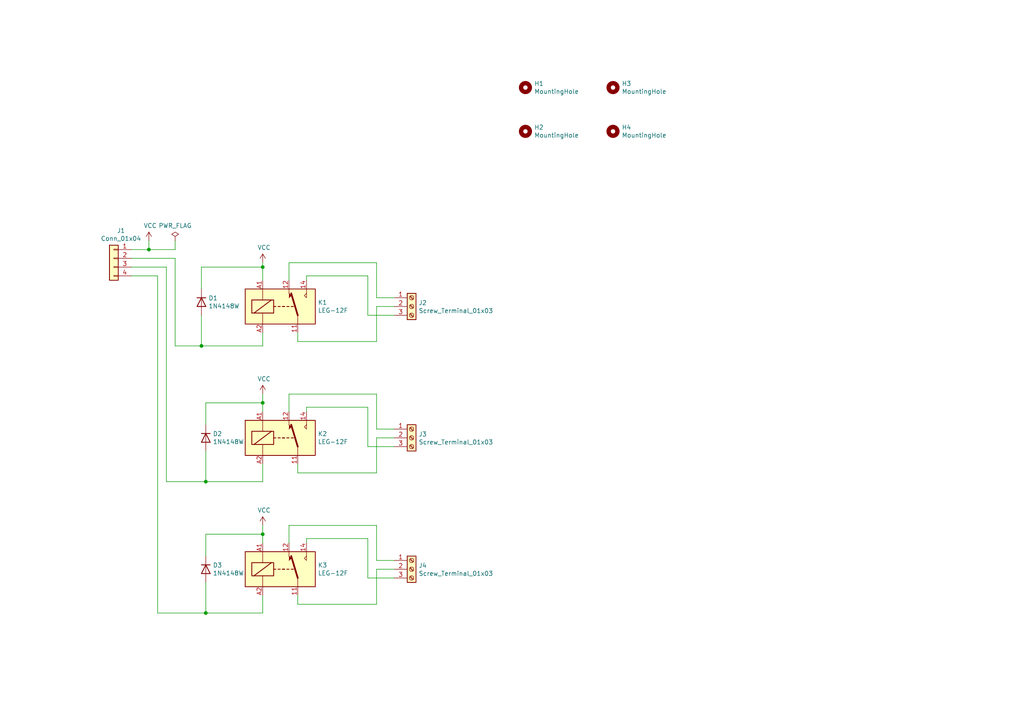
<source format=kicad_sch>
(kicad_sch (version 20230121) (generator eeschema)
  (paper "A4")
  (title_block (date "2023-02-04") (company "Ondřej Sluka"))
  (lib_symbols
    (symbol "Connector:Screw_Terminal_01x03" (pin_names (offset 1.016) hide)
      (property "Reference" "J" (at 0 5.08 0))
      (property "Value" "Screw_Terminal_01x03" (at 0 -5.08 0))
      (symbol "Screw_Terminal_01x03_1_1"
        (rectangle (start -1.27 3.81) (end 1.27 -3.81) (stroke (width 0.254)) (fill (type background)))
        (circle (center 0 -2.54) (radius 0.635) (stroke (width 0.1524)))
        (polyline (pts (xy -0.5334 -2.2098) (xy 0.3302 -3.048)) (stroke (width 0.1524)))
        (polyline (pts (xy -0.5334 0.3302) (xy 0.3302 -0.508)) (stroke (width 0.1524)))
        (polyline (pts (xy -0.5334 2.8702) (xy 0.3302 2.032)) (stroke (width 0.1524)))
        (polyline (pts (xy -0.3556 -2.032) (xy 0.508 -2.8702)) (stroke (width 0.1524)))
        (polyline (pts (xy -0.3556 0.508) (xy 0.508 -0.3302)) (stroke (width 0.1524)))
        (polyline (pts (xy -0.3556 3.048) (xy 0.508 2.2098)) (stroke (width 0.1524)))
        (circle (center 0 0) (radius 0.635) (stroke (width 0.1524)))
        (circle (center 0 2.54) (radius 0.635) (stroke (width 0.1524)))
        (pin passive line (at -5.08 2.54 0) (length 3.81) (name "Pin_1") (number "1"))
        (pin passive line (at -5.08 0 0) (length 3.81) (name "Pin_2") (number "2"))
        (pin passive line (at -5.08 -2.54 0) (length 3.81) (name "Pin_3") (number "3"))
      )
    )
    (symbol "Connector_Generic:Conn_01x04" (pin_names (offset 1.016) hide)
      (property "Reference" "J" (at 0 5.08 0))
      (property "Value" "Conn_01x04" (at 0 -7.62 0))
      (symbol "Conn_01x04_1_1"
        (rectangle (start -1.27 -4.953) (end 0 -5.207) (stroke (width 0.1524)))
        (rectangle (start -1.27 -2.413) (end 0 -2.667) (stroke (width 0.1524)))
        (rectangle (start -1.27 0.127) (end 0 -0.127) (stroke (width 0.1524)))
        (rectangle (start -1.27 2.667) (end 0 2.413) (stroke (width 0.1524)))
        (rectangle (start -1.27 3.81) (end 1.27 -6.35) (stroke (width 0.254)) (fill (type background)))
        (pin passive line (at -5.08 2.54 0) (length 3.81) (name "Pin_1") (number "1"))
        (pin passive line (at -5.08 0 0) (length 3.81) (name "Pin_2") (number "2"))
        (pin passive line (at -5.08 -2.54 0) (length 3.81) (name "Pin_3") (number "3"))
        (pin passive line (at -5.08 -5.08 0) (length 3.81) (name "Pin_4") (number "4"))
      )
    )
    (symbol "Diode:1N4148W" (pin_numbers hide) (pin_names hide)
      (property "Reference" "D" (at 0 2.54 0))
      (property "Value" "1N4148W" (at 0 -2.54 0))
      (symbol "1N4148W_0_1"
        (polyline (pts (xy -1.27 1.27) (xy -1.27 -1.27)) (stroke (width 0.254)))
        (polyline (pts (xy 1.27 0) (xy -1.27 0)))
        (polyline (pts (xy 1.27 1.27) (xy 1.27 -1.27) (xy -1.27 0) (xy 1.27 1.27)) (stroke (width 0.254)))
      )
      (symbol "1N4148W_1_1"
        (pin passive line (at -3.81 0 0) (length 2.54) (name "K") (number "1"))
        (pin passive line (at 3.81 0 180) (length 2.54) (name "A") (number "2"))
      )
    )
    (symbol "Mechanical:MountingHole" (pin_names (offset 1.016))
      (property "Reference" "H" (at 0 5.08 0))
      (property "Value" "MountingHole" (at 0 3.175 0))
      (symbol "MountingHole_0_1"
        (circle (center 0 0) (radius 1.27) (stroke (width 1.27)))
      )
    )
    (symbol "Relay:FINDER-36.11"
      (property "Reference" "K" (at 11.43 3.81 0))
      (property "Value" "FINDER-36.11" (at 11.43 1.27 0))
      (symbol "FINDER-36.11_0_0"
        (polyline (pts (xy 2.54 3.81) (xy 2.54 5.08)))
        (polyline (pts (xy 7.62 3.81) (xy 7.62 5.08)))
        (polyline (pts (xy 7.62 3.81) (xy 7.62 2.54) (xy 6.985 3.175) (xy 7.62 3.81)))
      )
      (symbol "FINDER-36.11_0_1"
        (rectangle (start -10.16 5.08) (end 10.16 -5.08) (stroke (width 0.254)) (fill (type background)))
        (rectangle (start -8.255 1.905) (end -1.905 -1.905) (stroke (width 0.254)))
        (polyline (pts (xy -7.62 -1.905) (xy -2.54 1.905)) (stroke (width 0.254)))
        (polyline (pts (xy -5.08 -5.08) (xy -5.08 -1.905)))
        (polyline (pts (xy -5.08 5.08) (xy -5.08 1.905)))
        (polyline (pts (xy -1.905 0) (xy -1.27 0)) (stroke (width 0.254)))
        (polyline (pts (xy -0.635 0) (xy 0 0)) (stroke (width 0.254)))
        (polyline (pts (xy 0.635 0) (xy 1.27 0)) (stroke (width 0.254)))
        (polyline (pts (xy 0.635 0) (xy 1.27 0)) (stroke (width 0.254)))
        (polyline (pts (xy 1.905 0) (xy 2.54 0)) (stroke (width 0.254)))
        (polyline (pts (xy 3.175 0) (xy 3.81 0)) (stroke (width 0.254)))
        (polyline (pts (xy 5.08 -2.54) (xy 3.175 3.81)) (stroke (width 0.508)))
        (polyline (pts (xy 5.08 -2.54) (xy 5.08 -5.08)))
        (polyline (pts (xy 2.54 2.54) (xy 3.175 3.175) (xy 2.54 3.81)) (fill (type outline)))
      )
      (symbol "FINDER-36.11_1_1"
        (pin passive line (at 5.08 -7.62 90) (length 2.54) (name "~") (number "11"))
        (pin passive line (at 2.54 7.62 270) (length 2.54) (name "~") (number "12"))
        (pin passive line (at 7.62 7.62 270) (length 2.54) (name "~") (number "14"))
        (pin passive line (at -5.08 7.62 270) (length 2.54) (name "~") (number "A1"))
        (pin passive line (at -5.08 -7.62 90) (length 2.54) (name "~") (number "A2"))
      )
    )
    (symbol "power:PWR_FLAG" (power) (pin_numbers hide) (pin_names (offset 0) hide)
      (property "Value" "PWR_FLAG" (at 0 3.81 0))
      (symbol "PWR_FLAG_0_0"
        (pin power_out line (at 0 0 90) (length 0) (name "pwr") (number "1"))
      )
      (symbol "PWR_FLAG_0_1"
        (polyline (pts (xy 0 0) (xy 0 1.27) (xy -1.016 1.905) (xy 0 2.54) (xy 1.016 1.905) (xy 0 1.27)))
      )
    )
    (symbol "power:VCC" (power) (pin_names (offset 0))
      (property "Value" "VCC" (at 0 3.81 0))
      (symbol "VCC_0_1"
        (polyline (pts (xy -0.762 1.27) (xy 0 2.54)))
        (polyline (pts (xy 0 0) (xy 0 2.54)))
        (polyline (pts (xy 0 2.54) (xy 0.762 1.27)))
      )
      (symbol "VCC_1_1"
        (pin power_in line (at 0 0 90) (length 0) hide (name "VCC") (number "1"))
      )
    )
  )
  (junction (at 76.2 77.47))
  (junction (at 76.2 116.84))
  (junction (at 59.69 177.8))
  (junction (at 76.2 154.94))
  (junction (at 58.42 100.33))
  (junction (at 43.18 72.39))
  (junction (at 59.69 139.7))
  (wire (pts (xy 86.36 137.16) (xy 109.22 137.16)))
  (wire (pts (xy 59.69 130.81) (xy 59.69 139.7)))
  (wire (pts (xy 76.2 114.3) (xy 76.2 116.84)))
  (wire (pts (xy 109.22 152.4) (xy 109.22 162.56)))
  (wire (pts (xy 86.36 99.06) (xy 109.22 99.06)))
  (wire (pts (xy 76.2 100.33) (xy 58.42 100.33)))
  (wire (pts (xy 88.9 119.38) (xy 88.9 118.11)))
  (wire (pts (xy 88.9 81.28) (xy 88.9 80.01)))
  (wire (pts (xy 106.68 129.54) (xy 114.3 129.54)))
  (wire (pts (xy 59.69 139.7) (xy 48.26 139.7)))
  (wire (pts (xy 109.22 175.26) (xy 109.22 165.1)))
  (wire (pts (xy 109.22 76.2) (xy 109.22 86.36)))
  (wire (pts (xy 76.2 172.72) (xy 76.2 177.8)))
  (wire (pts (xy 109.22 88.9) (xy 114.3 88.9)))
  (wire (pts (xy 38.1 72.39) (xy 43.18 72.39)))
  (wire (pts (xy 50.8 72.39) (xy 43.18 72.39)))
  (wire (pts (xy 86.36 172.72) (xy 86.36 175.26)))
  (wire (pts (xy 106.68 80.01) (xy 106.68 91.44)))
  (wire (pts (xy 109.22 137.16) (xy 109.22 127)))
  (wire (pts (xy 50.8 74.93) (xy 38.1 74.93)))
  (wire (pts (xy 86.36 96.52) (xy 86.36 99.06)))
  (wire (pts (xy 76.2 152.4) (xy 76.2 154.94)))
  (wire (pts (xy 106.68 156.21) (xy 106.68 167.64)))
  (wire (pts (xy 59.69 116.84) (xy 76.2 116.84)))
  (wire (pts (xy 109.22 127) (xy 114.3 127)))
  (wire (pts (xy 50.8 100.33) (xy 50.8 74.93)))
  (wire (pts (xy 59.69 154.94) (xy 76.2 154.94)))
  (wire (pts (xy 106.68 118.11) (xy 106.68 129.54)))
  (wire (pts (xy 88.9 156.21) (xy 106.68 156.21)))
  (wire (pts (xy 109.22 162.56) (xy 114.3 162.56)))
  (wire (pts (xy 76.2 154.94) (xy 76.2 157.48)))
  (wire (pts (xy 88.9 80.01) (xy 106.68 80.01)))
  (wire (pts (xy 86.36 175.26) (xy 109.22 175.26)))
  (wire (pts (xy 59.69 161.29) (xy 59.69 154.94)))
  (wire (pts (xy 76.2 77.47) (xy 76.2 81.28)))
  (wire (pts (xy 48.26 139.7) (xy 48.26 77.47)))
  (wire (pts (xy 58.42 83.82) (xy 58.42 77.47)))
  (wire (pts (xy 45.72 80.01) (xy 38.1 80.01)))
  (wire (pts (xy 50.8 69.85) (xy 50.8 72.39)))
  (wire (pts (xy 59.69 123.19) (xy 59.69 116.84)))
  (wire (pts (xy 58.42 77.47) (xy 76.2 77.47)))
  (wire (pts (xy 109.22 165.1) (xy 114.3 165.1)))
  (wire (pts (xy 83.82 157.48) (xy 83.82 152.4)))
  (wire (pts (xy 76.2 116.84) (xy 76.2 119.38)))
  (wire (pts (xy 109.22 114.3) (xy 109.22 124.46)))
  (wire (pts (xy 109.22 86.36) (xy 114.3 86.36)))
  (wire (pts (xy 83.82 114.3) (xy 109.22 114.3)))
  (wire (pts (xy 76.2 139.7) (xy 59.69 139.7)))
  (wire (pts (xy 59.69 177.8) (xy 45.72 177.8)))
  (wire (pts (xy 58.42 100.33) (xy 50.8 100.33)))
  (wire (pts (xy 88.9 118.11) (xy 106.68 118.11)))
  (wire (pts (xy 83.82 76.2) (xy 109.22 76.2)))
  (wire (pts (xy 109.22 124.46) (xy 114.3 124.46)))
  (wire (pts (xy 76.2 177.8) (xy 59.69 177.8)))
  (wire (pts (xy 76.2 96.52) (xy 76.2 100.33)))
  (wire (pts (xy 83.82 81.28) (xy 83.82 76.2)))
  (wire (pts (xy 83.82 152.4) (xy 109.22 152.4)))
  (wire (pts (xy 83.82 119.38) (xy 83.82 114.3)))
  (wire (pts (xy 59.69 168.91) (xy 59.69 177.8)))
  (wire (pts (xy 76.2 134.62) (xy 76.2 139.7)))
  (wire (pts (xy 58.42 91.44) (xy 58.42 100.33)))
  (wire (pts (xy 45.72 177.8) (xy 45.72 80.01)))
  (wire (pts (xy 109.22 99.06) (xy 109.22 88.9)))
  (wire (pts (xy 106.68 91.44) (xy 114.3 91.44)))
  (wire (pts (xy 106.68 167.64) (xy 114.3 167.64)))
  (wire (pts (xy 86.36 134.62) (xy 86.36 137.16)))
  (wire (pts (xy 76.2 76.2) (xy 76.2 77.47)))
  (wire (pts (xy 43.18 72.39) (xy 43.18 69.85)))
  (wire (pts (xy 88.9 157.48) (xy 88.9 156.21)))
  (wire (pts (xy 48.26 77.47) (xy 38.1 77.47)))
  (symbol (lib_id "Connector_Generic:Conn_01x04") (at 33.02 74.93 0) (mirror y) (unit 1)
    (property "Reference" "J1" (at 35.1028 66.8782 0))
    (property "Value" "Conn_01x04" (at 35.1028 69.1896 0))
    (property "Footprint" "Connector_Molex:Molex_KK-254_AE-6410-04A_1x04_P2.54mm_Vertical" (effects hide))
  )
  (symbol (lib_id "power:VCC") (at 43.18 69.85 0) (unit 1)
    (property "Reference" "#PWR01" (effects hide))
    (property "Value" "VCC" (at 43.561 65.4558 0))
  )
  (symbol (lib_id "power:PWR_FLAG") (at 50.8 69.85 0) (unit 1)
    (property "Reference" "#FLG01" (effects hide))
    (property "Value" "PWR_FLAG" (at 50.8 65.4558 0))
  )
  (symbol (lib_id "Relay:FINDER-36.11") (at 81.28 88.9 0) (unit 1)
    (property "Reference" "K1" (at 92.202 87.7316 0) (effects (justify left)))
    (property "Value" "LEG-12F" (at 92.202 90.043 0) (effects (justify left)))
    (property "Footprint" "Relay_THT:Relay_SPDT_Finder_36.11" (effects hide))
    (property "Datasheet" "https://www.tme.eu/Document/facc22af0219a1d2944a33df4662b473/LEG-F-SERIES.pdf" (effects hide))
  )
  (symbol (lib_id "Connector:Screw_Terminal_01x03") (at 119.38 88.9 0) (unit 1)
    (property "Reference" "J2" (at 121.412 87.8332 0) (effects (justify left)))
    (property "Value" "Screw_Terminal_01x03" (at 121.412 90.1446 0) (effects (justify left)))
    (property "Footprint" "TerminalBlock_Phoenix:TerminalBlock_Phoenix_MKDS-1,5-3_1x03_P5.00mm_Horizontal" (effects hide))
  )
  (symbol (lib_id "power:VCC") (at 76.2 76.2 0) (unit 1)
    (property "Reference" "#PWR02" (effects hide))
    (property "Value" "VCC" (at 76.581 71.8058 0))
  )
  (symbol (lib_id "Connector:Screw_Terminal_01x03") (at 119.38 127 0) (unit 1)
    (property "Reference" "J3" (at 121.412 125.9332 0) (effects (justify left)))
    (property "Value" "Screw_Terminal_01x03" (at 121.412 128.2446 0) (effects (justify left)))
    (property "Footprint" "TerminalBlock_Phoenix:TerminalBlock_Phoenix_MKDS-1,5-3_1x03_P5.00mm_Horizontal" (effects hide))
  )
  (symbol (lib_id "Relay:FINDER-36.11") (at 81.28 127 0) (unit 1)
    (property "Reference" "K2" (at 92.202 125.8316 0) (effects (justify left)))
    (property "Value" "LEG-12F" (at 92.202 128.143 0) (effects (justify left)))
    (property "Footprint" "Relay_THT:Relay_SPDT_Finder_36.11" (effects hide))
    (property "Datasheet" "https://www.tme.eu/Document/facc22af0219a1d2944a33df4662b473/LEG-F-SERIES.pdf" (effects hide))
  )
  (symbol (lib_id "power:VCC") (at 76.2 114.3 0) (unit 1)
    (property "Reference" "#PWR03" (effects hide))
    (property "Value" "VCC" (at 76.581 109.9058 0))
  )
  (symbol (lib_id "Connector:Screw_Terminal_01x03") (at 119.38 165.1 0) (unit 1)
    (property "Reference" "J4" (at 121.412 164.0332 0) (effects (justify left)))
    (property "Value" "Screw_Terminal_01x03" (at 121.412 166.3446 0) (effects (justify left)))
    (property "Footprint" "TerminalBlock_Phoenix:TerminalBlock_Phoenix_MKDS-1,5-3_1x03_P5.00mm_Horizontal" (effects hide))
  )
  (symbol (lib_id "Relay:FINDER-36.11") (at 81.28 165.1 0) (unit 1)
    (property "Reference" "K3" (at 92.202 163.9316 0) (effects (justify left)))
    (property "Value" "LEG-12F" (at 92.202 166.243 0) (effects (justify left)))
    (property "Footprint" "Relay_THT:Relay_SPDT_Finder_36.11" (effects hide))
    (property "Datasheet" "https://www.tme.eu/Document/facc22af0219a1d2944a33df4662b473/LEG-F-SERIES.pdf" (effects hide))
  )
  (symbol (lib_id "power:VCC") (at 76.2 152.4 0) (unit 1)
    (property "Reference" "#PWR04" (effects hide))
    (property "Value" "VCC" (at 76.581 148.0058 0))
  )
  (symbol (lib_id "Diode:1N4148W") (at 58.42 87.63 270) (unit 1)
    (property "Reference" "D1" (at 60.452 86.4616 90) (effects (justify left)))
    (property "Value" "1N4148W" (at 60.452 88.773 90) (effects (justify left)))
    (property "Footprint" "Diode_SMD:D_SOD-123" (effects hide))
    (property "Datasheet" "https://www.vishay.com/docs/85748/1n4148w.pdf" (effects hide))
  )
  (symbol (lib_id "Diode:1N4148W") (at 59.69 127 270) (unit 1)
    (property "Reference" "D2" (at 61.722 125.8316 90) (effects (justify left)))
    (property "Value" "1N4148W" (at 61.722 128.143 90) (effects (justify left)))
    (property "Footprint" "Diode_SMD:D_SOD-123" (effects hide))
    (property "Datasheet" "https://www.vishay.com/docs/85748/1n4148w.pdf" (effects hide))
  )
  (symbol (lib_id "Diode:1N4148W") (at 59.69 165.1 270) (unit 1)
    (property "Reference" "D3" (at 61.722 163.9316 90) (effects (justify left)))
    (property "Value" "1N4148W" (at 61.722 166.243 90) (effects (justify left)))
    (property "Footprint" "Diode_SMD:D_SOD-123" (effects hide))
    (property "Datasheet" "https://www.vishay.com/docs/85748/1n4148w.pdf" (effects hide))
  )
  (symbol (lib_id "Mechanical:MountingHole") (at 152.4 25.4 0) (unit 1)
    (property "Reference" "H1" (at 154.94 24.2316 0) (effects (justify left)))
    (property "Value" "MountingHole" (at 154.94 26.543 0) (effects (justify left)))
    (property "Footprint" "MountingHole:MountingHole_3.2mm_M3" (effects hide))
  )
  (symbol (lib_id "Mechanical:MountingHole") (at 177.8 25.4 0) (unit 1)
    (property "Reference" "H3" (at 180.34 24.2316 0) (effects (justify left)))
    (property "Value" "MountingHole" (at 180.34 26.543 0) (effects (justify left)))
    (property "Footprint" "MountingHole:MountingHole_3.2mm_M3" (effects hide))
  )
  (symbol (lib_id "Mechanical:MountingHole") (at 152.4 38.1 0) (unit 1)
    (property "Reference" "H2" (at 154.94 36.9316 0) (effects (justify left)))
    (property "Value" "MountingHole" (at 154.94 39.243 0) (effects (justify left)))
    (property "Footprint" "MountingHole:MountingHole_3.2mm_M3" (effects hide))
  )
  (symbol (lib_id "Mechanical:MountingHole") (at 177.8 38.1 0) (unit 1)
    (property "Reference" "H4" (at 180.34 36.9316 0) (effects (justify left)))
    (property "Value" "MountingHole" (at 180.34 39.243 0) (effects (justify left)))
    (property "Footprint" "MountingHole:MountingHole_3.2mm_M3" (effects hide))
  )
)
</source>
